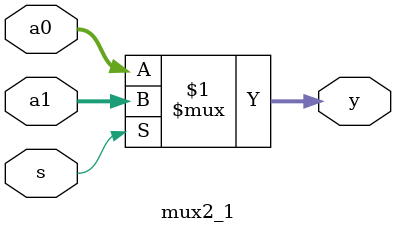
<source format=v>
module mux2_1(a1,a0,s,y);
parameter WIDTH = 4; 
input [WIDTH-1:0] a1,a0; 
input s;
output [WIDTH-1:0] y;  
wire [WIDTH-1:0] y; 

assign y = s ? a1 : a0;  
endmodule 
</source>
